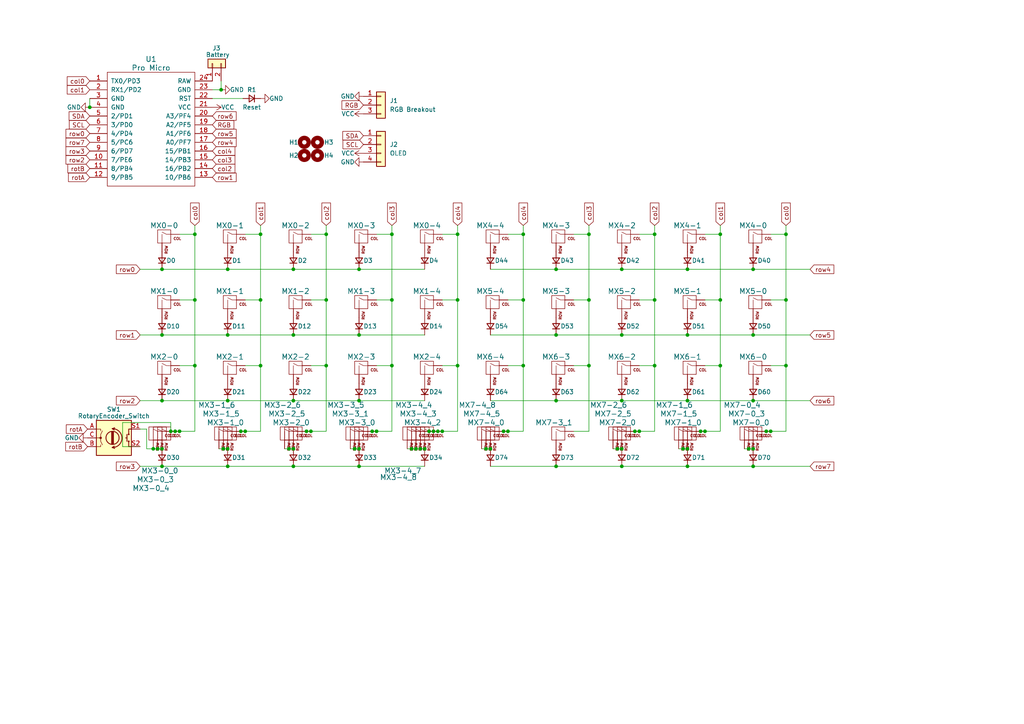
<source format=kicad_sch>
(kicad_sch (version 20211123) (generator eeschema)
  (paper "A4")
  (lib_symbols
    (symbol "Connector_Generic:Conn_01x02" (pin_names (offset 1.016) hide)
      (property "Reference" "J" (at 0 2.54 0))
      (property "Value" "Conn_01x02" (at 0 -5.08 0))
      (symbol "Conn_01x02_1_1"
        (pin passive line (at -5.08 0 0) (length 3.81) (name "Pin_1") (number "1"))
        (pin passive line (at -5.08 -2.54 0) (length 3.81) (name "Pin_2") (number "2"))
      )
    )
    (symbol "Connector_Generic:Conn_01x03" (pin_names (offset 1.016) hide)
      (property "Reference" "J" (at 0 5.08 0))
      (property "Value" "Conn_01x03" (at 0 -5.08 0))
      (symbol "Conn_01x03_1_1"
        (pin passive line (at -5.08 2.54 0) (length 3.81) (name "Pin_1") (number "1"))
        (pin passive line (at -5.08 0 0) (length 3.81) (name "Pin_2") (number "2"))
        (pin passive line (at -5.08 -2.54 0) (length 3.81) (name "Pin_3") (number "3"))
      )
    )
    (symbol "Connector_Generic:Conn_01x04" (pin_names (offset 1.016) hide)
      (property "Reference" "J" (at 0 5.08 0))
      (property "Value" "Conn_01x04" (at 0 -7.62 0))
      (symbol "Conn_01x04_1_1"
        (pin passive line (at -5.08 2.54 0) (length 3.81) (name "Pin_1") (number "1"))
        (pin passive line (at -5.08 0 0) (length 3.81) (name "Pin_2") (number "2"))
        (pin passive line (at -5.08 -2.54 0) (length 3.81) (name "Pin_3") (number "3"))
        (pin passive line (at -5.08 -5.08 0) (length 3.81) (name "Pin_4") (number "4"))
      )
    )
    (symbol "Device:D_Small" (pin_numbers hide) (pin_names (offset 0.254) hide)
      (property "Reference" "D" (at -1.27 2.032 0))
      (property "Value" "D_Small" (at -3.81 -2.032 0))
      (symbol "D_Small_1_1"
        (pin passive line (at -2.54 0 0) (length 1.778) (name "K") (number "1"))
        (pin passive line (at 2.54 0 180) (length 1.778) (name "A") (number "2"))
      )
    )
    (symbol "Device:RotaryEncoder_Switch" (pin_names (offset 0.254) hide)
      (property "Reference" "SW" (at 0 6.604 0))
      (property "Value" "RotaryEncoder_Switch" (at 0 -6.604 0))
      (symbol "RotaryEncoder_Switch_1_1"
        (pin passive line (at -7.62 2.54 0) (length 2.54) (name "A") (number "A"))
        (pin passive line (at -7.62 -2.54 0) (length 2.54) (name "B") (number "B"))
        (pin passive line (at -7.62 0 0) (length 2.54) (name "C") (number "C"))
        (pin passive line (at 7.62 2.54 180) (length 2.54) (name "S1") (number "S1"))
        (pin passive line (at 7.62 -2.54 180) (length 2.54) (name "S2") (number "S2"))
      )
    )
    (symbol "MX_Alps_Hybrid:MX-NoLED" (pin_names (offset 1.016))
      (property "Reference" "MX" (at -0.635 3.81 0))
      (property "Value" "MX-NoLED" (at -0.635 1.27 0))
      (symbol "MX-NoLED_0_0"
        (text "COL" (at 3.175 0 0) (effects (font (size 0.762 0.762))))
        (text "ROW" (at 0 -1.905 900) (effects (font (size 0.762 0.762)) (justify right)))
      )
      (symbol "MX-NoLED_1_1"
        (pin passive line (at 3.81 1.27 180) (length 2.54) (name "COL") (number "1"))
        (pin passive line (at -1.27 -3.81 90) (length 2.54) (name "ROW") (number "2"))
      )
    )
    (symbol "Mechanical:MountingHole" (pin_names (offset 1.016))
      (property "Reference" "H" (at 0 5.08 0))
      (property "Value" "MountingHole" (at 0 3.175 0))
    )
    (symbol "keebio:ProMicro" (pin_names (offset 1.016))
      (property "Reference" "U" (at 0 0 0))
      (property "Value" "ProMicro" (at 0 -19.05 0))
      (symbol "ProMicro_1_1"
        (pin input line (at -17.78 13.97 0) (length 5.08) (name "TX0/PD3") (number "1"))
        (pin input line (at -17.78 -8.89 0) (length 5.08) (name "7/PE6") (number "10"))
        (pin input line (at -17.78 -11.43 0) (length 5.08) (name "8/PB4") (number "11"))
        (pin input line (at -17.78 -13.97 0) (length 5.08) (name "9/PB5") (number "12"))
        (pin input line (at 17.78 -13.97 180) (length 5.08) (name "10/PB6") (number "13"))
        (pin input line (at 17.78 -11.43 180) (length 5.08) (name "16/PB2") (number "14"))
        (pin input line (at 17.78 -8.89 180) (length 5.08) (name "14/PB3") (number "15"))
        (pin input line (at 17.78 -6.35 180) (length 5.08) (name "15/PB1") (number "16"))
        (pin input line (at 17.78 -3.81 180) (length 5.08) (name "A0/PF7") (number "17"))
        (pin input line (at 17.78 -1.27 180) (length 5.08) (name "A1/PF6") (number "18"))
        (pin input line (at 17.78 1.27 180) (length 5.08) (name "A2/PF5") (number "19"))
        (pin input line (at -17.78 11.43 0) (length 5.08) (name "RX1/PD2") (number "2"))
        (pin input line (at 17.78 3.81 180) (length 5.08) (name "A3/PF4") (number "20"))
        (pin input line (at 17.78 6.35 180) (length 5.08) (name "VCC") (number "21"))
        (pin input line (at 17.78 8.89 180) (length 5.08) (name "RST") (number "22"))
        (pin input line (at 17.78 11.43 180) (length 5.08) (name "GND") (number "23"))
        (pin input line (at 17.78 13.97 180) (length 5.08) (name "RAW") (number "24"))
        (pin input line (at -17.78 8.89 0) (length 5.08) (name "GND") (number "3"))
        (pin input line (at -17.78 6.35 0) (length 5.08) (name "GND") (number "4"))
        (pin input line (at -17.78 3.81 0) (length 5.08) (name "2/PD1") (number "5"))
        (pin input line (at -17.78 1.27 0) (length 5.08) (name "3/PD0") (number "6"))
        (pin input line (at -17.78 -1.27 0) (length 5.08) (name "4/PD4") (number "7"))
        (pin input line (at -17.78 -3.81 0) (length 5.08) (name "5/PC6") (number "8"))
        (pin input line (at -17.78 -6.35 0) (length 5.08) (name "6/PD7") (number "9"))
      )
    )
    (symbol "power:GND" (power) (pin_names (offset 0))
      (property "Value" "GND" (at 0 -3.81 0))
      (symbol "GND_1_1"
        (pin power_in line (at 0 0 270) (length 0) hide (name "GND") (number "1"))
      )
    )
    (symbol "power:VCC" (power) (pin_names (offset 0))
      (property "Value" "VCC" (at 0 3.81 0))
      (symbol "VCC_1_1"
        (pin power_in line (at 0 0 90) (length 0) hide (name "VCC") (number "1"))
      )
    )
  )
  (junction (at 227.965 67.945))
  (junction (at 218.44 130.175))
  (junction (at 69.85 125.095))
  (junction (at 109.22 125.095))
  (junction (at 208.915 86.995))
  (junction (at 128.27 125.095))
  (junction (at 218.44 116.205))
  (junction (at 46.99 130.175))
  (junction (at 151.765 86.995))
  (junction (at 107.95 125.095))
  (junction (at 46.99 116.205))
  (junction (at 208.915 67.945))
  (junction (at 85.09 135.255))
  (junction (at 94.615 86.995))
  (junction (at 56.515 106.045))
  (junction (at 26.035 31.115))
  (junction (at 49.53 125.095))
  (junction (at 75.565 67.945))
  (junction (at 124.46 125.095))
  (junction (at 66.04 130.175))
  (junction (at 44.45 130.175))
  (junction (at 180.34 130.175))
  (junction (at 119.38 130.175))
  (junction (at 64.77 130.175))
  (junction (at 199.39 97.155))
  (junction (at 140.97 130.175))
  (junction (at 46.99 135.255))
  (junction (at 203.2 125.095))
  (junction (at 180.34 135.255))
  (junction (at 180.34 97.155))
  (junction (at 104.14 135.255))
  (junction (at 217.17 130.175))
  (junction (at 227.965 106.045))
  (junction (at 56.515 67.945))
  (junction (at 113.665 67.945))
  (junction (at 94.615 67.945))
  (junction (at 199.39 130.175))
  (junction (at 64.135 26.035))
  (junction (at 218.44 97.155))
  (junction (at 113.665 106.045))
  (junction (at 66.04 135.255))
  (junction (at 75.565 86.995))
  (junction (at 66.04 116.205))
  (junction (at 199.39 135.255))
  (junction (at 66.04 78.105))
  (junction (at 223.52 125.095))
  (junction (at 218.44 78.105))
  (junction (at 88.9 125.095))
  (junction (at 218.44 135.255))
  (junction (at 83.82 130.175))
  (junction (at 94.615 106.045))
  (junction (at 151.765 106.045))
  (junction (at 75.565 106.045))
  (junction (at 199.39 116.205))
  (junction (at 198.12 130.175))
  (junction (at 184.15 125.095))
  (junction (at 222.25 125.095))
  (junction (at 85.09 130.175))
  (junction (at 104.14 97.155))
  (junction (at 189.865 106.045))
  (junction (at 52.07 125.095))
  (junction (at 121.92 130.175))
  (junction (at 104.14 130.175))
  (junction (at 85.09 97.155))
  (junction (at 227.965 86.995))
  (junction (at 104.14 116.205))
  (junction (at 151.765 67.945))
  (junction (at 85.09 116.205))
  (junction (at 46.99 78.105))
  (junction (at 132.715 67.945))
  (junction (at 132.715 86.995))
  (junction (at 199.39 78.105))
  (junction (at 189.865 67.945))
  (junction (at 185.42 125.095))
  (junction (at 104.14 78.105))
  (junction (at 85.09 78.105))
  (junction (at 204.47 125.095))
  (junction (at 45.72 130.175))
  (junction (at 161.29 135.255))
  (junction (at 132.715 106.045))
  (junction (at 146.05 125.095))
  (junction (at 142.24 130.175))
  (junction (at 180.34 78.105))
  (junction (at 120.65 130.175))
  (junction (at 46.99 97.155))
  (junction (at 56.515 86.995))
  (junction (at 50.8 125.095))
  (junction (at 161.29 78.105))
  (junction (at 66.04 97.155))
  (junction (at 71.12 125.095))
  (junction (at 208.915 106.045))
  (junction (at 123.19 130.175))
  (junction (at 180.34 116.205))
  (junction (at 127 125.095))
  (junction (at 90.17 125.095))
  (junction (at 179.07 130.175))
  (junction (at 161.29 116.205))
  (junction (at 125.73 125.095))
  (junction (at 147.32 125.095))
  (junction (at 170.815 106.045))
  (junction (at 189.865 86.995))
  (junction (at 161.29 97.155))
  (junction (at 170.815 86.995))
  (junction (at 102.87 130.175))
  (junction (at 170.815 67.945))
  (junction (at 113.665 86.995))
  (wire (pts (xy 180.34 135.255) (xy 199.39 135.255)))
  (wire (pts (xy 227.965 106.045) (xy 227.965 125.095)))
  (wire (pts (xy 140.97 130.175) (xy 142.24 130.175)))
  (wire (pts (xy 119.38 130.175) (xy 120.65 130.175)))
  (wire (pts (xy 180.34 97.155) (xy 199.39 97.155)))
  (wire (pts (xy 35.56 122.555) (xy 49.53 122.555)))
  (wire (pts (xy 170.815 106.045) (xy 170.815 125.095)))
  (wire (pts (xy 125.73 125.095) (xy 127 125.095)))
  (wire (pts (xy 223.52 125.095) (xy 227.965 125.095)))
  (wire (pts (xy 142.24 97.155) (xy 161.29 97.155)))
  (wire (pts (xy 35.56 122.555) (xy 35.56 129.54)))
  (wire (pts (xy 82.55 130.175) (xy 83.82 130.175)))
  (wire (pts (xy 104.14 116.205) (xy 123.19 116.205)))
  (wire (pts (xy 75.565 67.945) (xy 75.565 86.995)))
  (wire (pts (xy 40.64 78.105) (xy 46.99 78.105)))
  (wire (pts (xy 218.44 97.155) (xy 234.95 97.155)))
  (wire (pts (xy 85.09 116.205) (xy 104.14 116.205)))
  (wire (pts (xy 151.765 65.405) (xy 151.765 67.945)))
  (wire (pts (xy 217.17 130.175) (xy 218.44 130.175)))
  (wire (pts (xy 64.77 130.175) (xy 63.5 130.175)))
  (wire (pts (xy 49.53 122.555) (xy 49.53 125.095)))
  (wire (pts (xy 113.665 106.045) (xy 113.665 125.095)))
  (wire (pts (xy 85.09 135.255) (xy 104.14 135.255)))
  (wire (pts (xy 52.07 67.945) (xy 56.515 67.945)))
  (wire (pts (xy 118.11 130.175) (xy 119.38 130.175)))
  (wire (pts (xy 88.9 125.095) (xy 90.17 125.095)))
  (wire (pts (xy 147.32 86.995) (xy 151.765 86.995)))
  (wire (pts (xy 227.965 67.945) (xy 227.965 86.995)))
  (wire (pts (xy 40.64 116.205) (xy 46.99 116.205)))
  (wire (pts (xy 46.99 116.205) (xy 66.04 116.205)))
  (wire (pts (xy 52.07 106.045) (xy 56.515 106.045)))
  (wire (pts (xy 66.04 78.105) (xy 85.09 78.105)))
  (wire (pts (xy 132.715 106.045) (xy 132.715 125.095)))
  (wire (pts (xy 109.22 86.995) (xy 113.665 86.995)))
  (wire (pts (xy 42.545 124.46) (xy 42.545 130.175)))
  (wire (pts (xy 71.12 67.945) (xy 75.565 67.945)))
  (wire (pts (xy 147.32 67.945) (xy 151.765 67.945)))
  (wire (pts (xy 132.715 65.405) (xy 132.715 67.945)))
  (wire (pts (xy 49.53 125.095) (xy 50.8 125.095)))
  (wire (pts (xy 104.14 135.255) (xy 123.19 135.255)))
  (wire (pts (xy 170.815 67.945) (xy 170.815 86.995)))
  (wire (pts (xy 85.09 97.155) (xy 104.14 97.155)))
  (wire (pts (xy 45.72 130.175) (xy 46.99 130.175)))
  (wire (pts (xy 61.595 26.035) (xy 64.135 26.035)))
  (wire (pts (xy 40.64 124.46) (xy 42.545 124.46)))
  (wire (pts (xy 223.52 106.045) (xy 227.965 106.045)))
  (wire (pts (xy 208.915 65.405) (xy 208.915 67.945)))
  (wire (pts (xy 107.95 125.095) (xy 109.22 125.095)))
  (wire (pts (xy 161.29 135.255) (xy 180.34 135.255)))
  (wire (pts (xy 177.8 130.175) (xy 179.07 130.175)))
  (wire (pts (xy 109.22 67.945) (xy 113.665 67.945)))
  (wire (pts (xy 52.07 86.995) (xy 56.515 86.995)))
  (wire (pts (xy 189.865 86.995) (xy 189.865 106.045)))
  (wire (pts (xy 109.22 106.045) (xy 113.665 106.045)))
  (wire (pts (xy 113.665 67.945) (xy 113.665 86.995)))
  (wire (pts (xy 123.19 125.095) (xy 124.46 125.095)))
  (wire (pts (xy 223.52 86.995) (xy 227.965 86.995)))
  (wire (pts (xy 42.545 130.175) (xy 44.45 130.175)))
  (wire (pts (xy 147.32 106.045) (xy 151.765 106.045)))
  (wire (pts (xy 147.32 125.095) (xy 151.765 125.095)))
  (wire (pts (xy 218.44 78.105) (xy 234.95 78.105)))
  (wire (pts (xy 161.29 116.205) (xy 180.34 116.205)))
  (wire (pts (xy 204.47 106.045) (xy 208.915 106.045)))
  (wire (pts (xy 184.15 125.095) (xy 185.42 125.095)))
  (wire (pts (xy 56.515 106.045) (xy 56.515 125.095)))
  (wire (pts (xy 204.47 125.095) (xy 208.915 125.095)))
  (wire (pts (xy 220.98 125.095) (xy 222.25 125.095)))
  (wire (pts (xy 222.25 125.095) (xy 223.52 125.095)))
  (wire (pts (xy 104.14 78.105) (xy 123.19 78.105)))
  (wire (pts (xy 124.46 125.095) (xy 125.73 125.095)))
  (wire (pts (xy 104.14 97.155) (xy 123.19 97.155)))
  (wire (pts (xy 142.24 116.205) (xy 161.29 116.205)))
  (wire (pts (xy 75.565 86.995) (xy 75.565 106.045)))
  (wire (pts (xy 66.04 116.205) (xy 85.09 116.205)))
  (wire (pts (xy 83.82 130.175) (xy 85.09 130.175)))
  (wire (pts (xy 52.07 125.095) (xy 56.515 125.095)))
  (wire (pts (xy 90.17 106.045) (xy 94.615 106.045)))
  (wire (pts (xy 85.09 78.105) (xy 104.14 78.105)))
  (wire (pts (xy 90.17 86.995) (xy 94.615 86.995)))
  (wire (pts (xy 120.65 130.175) (xy 121.92 130.175)))
  (wire (pts (xy 227.965 65.405) (xy 227.965 67.945)))
  (wire (pts (xy 227.965 86.995) (xy 227.965 106.045)))
  (wire (pts (xy 71.12 86.995) (xy 75.565 86.995)))
  (wire (pts (xy 64.135 23.495) (xy 64.135 26.035)))
  (wire (pts (xy 90.17 125.095) (xy 94.615 125.095)))
  (wire (pts (xy 90.17 67.945) (xy 94.615 67.945)))
  (wire (pts (xy 46.99 78.105) (xy 66.04 78.105)))
  (wire (pts (xy 50.8 125.095) (xy 52.07 125.095)))
  (wire (pts (xy 204.47 86.995) (xy 208.915 86.995)))
  (wire (pts (xy 102.87 130.175) (xy 104.14 130.175)))
  (wire (pts (xy 75.565 65.405) (xy 75.565 67.945)))
  (wire (pts (xy 128.27 106.045) (xy 132.715 106.045)))
  (wire (pts (xy 26.035 28.575) (xy 26.035 31.115)))
  (wire (pts (xy 128.27 67.945) (xy 132.715 67.945)))
  (wire (pts (xy 218.44 135.255) (xy 234.95 135.255)))
  (wire (pts (xy 121.92 130.175) (xy 123.19 130.175)))
  (wire (pts (xy 161.29 78.105) (xy 180.34 78.105)))
  (wire (pts (xy 56.515 86.995) (xy 56.515 106.045)))
  (wire (pts (xy 179.07 130.175) (xy 180.34 130.175)))
  (wire (pts (xy 223.52 67.945) (xy 227.965 67.945)))
  (wire (pts (xy 109.22 125.095) (xy 113.665 125.095)))
  (wire (pts (xy 199.39 78.105) (xy 218.44 78.105)))
  (wire (pts (xy 208.915 106.045) (xy 208.915 125.095)))
  (wire (pts (xy 46.99 97.155) (xy 66.04 97.155)))
  (wire (pts (xy 170.815 65.405) (xy 170.815 67.945)))
  (wire (pts (xy 40.64 135.255) (xy 46.99 135.255)))
  (wire (pts (xy 113.665 86.995) (xy 113.665 106.045)))
  (wire (pts (xy 185.42 67.945) (xy 189.865 67.945)))
  (wire (pts (xy 201.93 125.095) (xy 203.2 125.095)))
  (wire (pts (xy 199.39 135.255) (xy 218.44 135.255)))
  (wire (pts (xy 189.865 106.045) (xy 189.865 125.095)))
  (wire (pts (xy 128.27 125.095) (xy 132.715 125.095)))
  (wire (pts (xy 151.765 106.045) (xy 151.765 125.095)))
  (wire (pts (xy 128.27 86.995) (xy 132.715 86.995)))
  (wire (pts (xy 94.615 106.045) (xy 94.615 125.095)))
  (wire (pts (xy 185.42 86.995) (xy 189.865 86.995)))
  (wire (pts (xy 166.37 67.945) (xy 170.815 67.945)))
  (wire (pts (xy 215.9 130.175) (xy 217.17 130.175)))
  (wire (pts (xy 166.37 106.045) (xy 170.815 106.045)))
  (wire (pts (xy 166.37 125.095) (xy 170.815 125.095)))
  (wire (pts (xy 182.88 125.095) (xy 184.15 125.095)))
  (wire (pts (xy 68.58 125.095) (xy 69.85 125.095)))
  (wire (pts (xy 142.24 135.255) (xy 161.29 135.255)))
  (wire (pts (xy 151.765 86.995) (xy 151.765 106.045)))
  (wire (pts (xy 44.45 130.175) (xy 45.72 130.175)))
  (wire (pts (xy 94.615 67.945) (xy 94.615 86.995)))
  (wire (pts (xy 189.865 67.945) (xy 189.865 86.995)))
  (wire (pts (xy 151.765 67.945) (xy 151.765 86.995)))
  (wire (pts (xy 132.715 86.995) (xy 132.715 106.045)))
  (wire (pts (xy 127 125.095) (xy 128.27 125.095)))
  (wire (pts (xy 180.34 116.205) (xy 199.39 116.205)))
  (wire (pts (xy 132.715 67.945) (xy 132.715 86.995)))
  (wire (pts (xy 208.915 67.945) (xy 208.915 86.995)))
  (wire (pts (xy 106.68 125.095) (xy 107.95 125.095)))
  (wire (pts (xy 101.6 130.175) (xy 102.87 130.175)))
  (wire (pts (xy 166.37 86.995) (xy 170.815 86.995)))
  (wire (pts (xy 170.815 86.995) (xy 170.815 106.045)))
  (wire (pts (xy 146.05 125.095) (xy 147.32 125.095)))
  (wire (pts (xy 94.615 65.405) (xy 94.615 67.945)))
  (wire (pts (xy 46.99 135.255) (xy 66.04 135.255)))
  (wire (pts (xy 40.64 97.155) (xy 46.99 97.155)))
  (wire (pts (xy 113.665 65.405) (xy 113.665 67.945)))
  (wire (pts (xy 66.04 130.175) (xy 64.77 130.175)))
  (wire (pts (xy 71.12 125.095) (xy 75.565 125.095)))
  (wire (pts (xy 203.2 125.095) (xy 204.47 125.095)))
  (wire (pts (xy 180.34 78.105) (xy 199.39 78.105)))
  (wire (pts (xy 56.515 67.945) (xy 56.515 86.995)))
  (wire (pts (xy 69.85 125.095) (xy 71.12 125.095)))
  (wire (pts (xy 61.595 28.575) (xy 70.485 28.575)))
  (wire (pts (xy 71.12 106.045) (xy 75.565 106.045)))
  (wire (pts (xy 144.78 125.095) (xy 146.05 125.095)))
  (wire (pts (xy 87.63 125.095) (xy 88.9 125.095)))
  (wire (pts (xy 139.7 130.175) (xy 140.97 130.175)))
  (wire (pts (xy 185.42 125.095) (xy 189.865 125.095)))
  (wire (pts (xy 185.42 106.045) (xy 189.865 106.045)))
  (wire (pts (xy 218.44 116.205) (xy 234.95 116.205)))
  (wire (pts (xy 161.29 97.155) (xy 180.34 97.155)))
  (wire (pts (xy 208.915 86.995) (xy 208.915 106.045)))
  (wire (pts (xy 199.39 97.155) (xy 218.44 97.155)))
  (wire (pts (xy 142.24 78.105) (xy 161.29 78.105)))
  (wire (pts (xy 66.04 97.155) (xy 85.09 97.155)))
  (wire (pts (xy 56.515 65.405) (xy 56.515 67.945)))
  (wire (pts (xy 35.56 129.54) (xy 40.64 129.54)))
  (wire (pts (xy 94.615 86.995) (xy 94.615 106.045)))
  (wire (pts (xy 196.85 130.175) (xy 198.12 130.175)))
  (wire (pts (xy 198.12 130.175) (xy 199.39 130.175)))
  (wire (pts (xy 66.04 135.255) (xy 85.09 135.255)))
  (wire (pts (xy 199.39 116.205) (xy 218.44 116.205)))
  (wire (pts (xy 189.865 65.405) (xy 189.865 67.945)))
  (wire (pts (xy 204.47 67.945) (xy 208.915 67.945)))
  (wire (pts (xy 75.565 106.045) (xy 75.565 125.095)))
  (global_label "rotA" (shape input) (at 26.035 51.435 180) (property "Intersheet References" "${INTERSHEET_REFS}" (effects hide)))
  (global_label "col0" (shape input) (at 227.965 65.405 90) (property "Intersheet References" "${INTERSHEET_REFS}" (effects hide)))
  (global_label "col2" (shape input) (at 94.615 65.405 90) (property "Intersheet References" "${INTERSHEET_REFS}" (effects hide)))
  (global_label "row5" (shape input) (at 61.595 38.735 0) (property "Intersheet References" "${INTERSHEET_REFS}" (effects hide)))
  (global_label "col1" (shape input) (at 75.565 65.405 90) (property "Intersheet References" "${INTERSHEET_REFS}" (effects hide)))
  (global_label "row6" (shape input) (at 234.95 116.205 0) (property "Intersheet References" "${INTERSHEET_REFS}" (effects hide)))
  (global_label "rotA" (shape input) (at 25.4 124.46 180) (property "Intersheet References" "${INTERSHEET_REFS}" (effects hide)))
  (global_label "row2" (shape input) (at 26.035 46.355 180) (property "Intersheet References" "${INTERSHEET_REFS}" (effects hide)))
  (global_label "row4" (shape input) (at 61.595 41.275 0) (property "Intersheet References" "${INTERSHEET_REFS}" (effects hide)))
  (global_label "SDA" (shape input) (at 26.035 33.655 180) (property "Intersheet References" "${INTERSHEET_REFS}" (effects hide)))
  (global_label "row1" (shape input) (at 40.64 97.155 180) (property "Intersheet References" "${INTERSHEET_REFS}" (effects hide)))
  (global_label "row7" (shape input) (at 234.95 135.255 0) (property "Intersheet References" "${INTERSHEET_REFS}" (effects hide)))
  (global_label "col2" (shape input) (at 189.865 65.405 90) (property "Intersheet References" "${INTERSHEET_REFS}" (effects hide)))
  (global_label "col4" (shape input) (at 151.765 65.405 90) (property "Intersheet References" "${INTERSHEET_REFS}" (effects hide)))
  (global_label "RGB" (shape input) (at 61.595 36.195 0) (property "Intersheet References" "${INTERSHEET_REFS}" (effects hide)))
  (global_label "col4" (shape input) (at 61.595 43.815 0) (property "Intersheet References" "${INTERSHEET_REFS}" (effects hide)))
  (global_label "col3" (shape input) (at 113.665 65.405 90) (property "Intersheet References" "${INTERSHEET_REFS}" (effects hide)))
  (global_label "SDA" (shape input) (at 105.41 39.37 180) (property "Intersheet References" "${INTERSHEET_REFS}" (effects hide)))
  (global_label "col3" (shape input) (at 61.595 46.355 0) (property "Intersheet References" "${INTERSHEET_REFS}" (effects hide)))
  (global_label "row3" (shape input) (at 40.64 135.255 180) (property "Intersheet References" "${INTERSHEET_REFS}" (effects hide)))
  (global_label "SCL" (shape input) (at 26.035 36.195 180) (property "Intersheet References" "${INTERSHEET_REFS}" (effects hide)))
  (global_label "RGB" (shape input) (at 105.41 30.48 180) (property "Intersheet References" "${INTERSHEET_REFS}" (effects hide)))
  (global_label "SCL" (shape input) (at 105.41 41.91 180) (property "Intersheet References" "${INTERSHEET_REFS}" (effects hide)))
  (global_label "row1" (shape input) (at 61.595 51.435 0) (property "Intersheet References" "${INTERSHEET_REFS}" (effects hide)))
  (global_label "col0" (shape input) (at 56.515 65.405 90) (property "Intersheet References" "${INTERSHEET_REFS}" (effects hide)))
  (global_label "row6" (shape input) (at 61.595 33.655 0) (property "Intersheet References" "${INTERSHEET_REFS}" (effects hide)))
  (global_label "col4" (shape input) (at 132.715 65.405 90) (property "Intersheet References" "${INTERSHEET_REFS}" (effects hide)))
  (global_label "row0" (shape input) (at 40.64 78.105 180) (property "Intersheet References" "${INTERSHEET_REFS}" (effects hide)))
  (global_label "row4" (shape input) (at 234.95 78.105 0) (property "Intersheet References" "${INTERSHEET_REFS}" (effects hide)))
  (global_label "row2" (shape input) (at 40.64 116.205 180) (property "Intersheet References" "${INTERSHEET_REFS}" (effects hide)))
  (global_label "col2" (shape input) (at 61.595 48.895 0) (property "Intersheet References" "${INTERSHEET_REFS}" (effects hide)))
  (global_label "row5" (shape input) (at 234.95 97.155 0) (property "Intersheet References" "${INTERSHEET_REFS}" (effects hide)))
  (global_label "row3" (shape input) (at 26.035 43.815 180) (property "Intersheet References" "${INTERSHEET_REFS}" (effects hide)))
  (global_label "row7" (shape input) (at 26.035 41.275 180) (property "Intersheet References" "${INTERSHEET_REFS}" (effects hide)))
  (global_label "col0" (shape input) (at 26.035 23.495 180) (property "Intersheet References" "${INTERSHEET_REFS}" (effects hide)))
  (global_label "rotB" (shape input) (at 25.4 129.54 180) (property "Intersheet References" "${INTERSHEET_REFS}" (effects hide)))
  (global_label "col1" (shape input) (at 26.035 26.035 180) (property "Intersheet References" "${INTERSHEET_REFS}" (effects hide)))
  (global_label "col1" (shape input) (at 208.915 65.405 90) (property "Intersheet References" "${INTERSHEET_REFS}" (effects hide)))
  (global_label "row0" (shape input) (at 26.035 38.735 180) (property "Intersheet References" "${INTERSHEET_REFS}" (effects hide)))
  (global_label "rotB" (shape input) (at 26.035 48.895 180) (property "Intersheet References" "${INTERSHEET_REFS}" (effects hide)))
  (global_label "col3" (shape input) (at 170.815 65.405 90) (property "Intersheet References" "${INTERSHEET_REFS}" (effects hide)))
  (symbol (lib_id "power:VCC") (at 61.595 31.115 270) (unit 1)
    (property "Reference" "#PWR0108" (effects hide))
    (property "Value" "VCC" (at 64.135 31.115 90) (effects (justify left)))
  )
  (symbol (lib_id "MX_Alps_Hybrid:MX-NoLED") (at 46.99 126.365 0) (unit 1)
    (property "Reference" "MX3-0_3" (at 45.085 139.065 0) (effects (font (size 1.524 1.524))))
    (property "Value" "MX-NoLED" (effects hide))
    (property "Footprint" "MX_Only:MXOnly-1.5U-NoLED" (effects hide))
  )
  (symbol (lib_id "Mechanical:MountingHole") (at 88.265 45.085 0) (unit 1)
    (property "Reference" "H2" (at 83.82 45.085 0) (effects (justify left)))
    (property "Value" "MountingHole" (effects hide))
    (property "Footprint" "MountingHole:MountingHole_2.2mm_M2" (effects hide))
  )
  (symbol (lib_id "MX_Alps_Hybrid:MX-NoLED") (at 219.71 88.265 0) (unit 1)
    (property "Reference" "MX5-0" (at 218.44 84.455 0) (effects (font (size 1.524 1.524))))
    (property "Value" "MX-NoLED" (effects hide))
    (property "Footprint" "MX_Only:MXOnly-1U-NoLED" (effects hide))
  )
  (symbol (lib_id "MX_Alps_Hybrid:MX-NoLED") (at 64.77 126.365 0) (unit 1)
    (property "Reference" "MX3-1_6" (at 62.865 117.475 0) (effects (font (size 1.524 1.524))))
    (property "Value" "MX-NoLED" (effects hide))
    (property "Footprint" "MX_Only:MXOnly-1U-NoLED" (effects hide))
  )
  (symbol (lib_id "MX_Alps_Hybrid:MX-NoLED") (at 48.26 69.215 0) (unit 1)
    (property "Reference" "MX0-0" (at 47.625 65.405 0) (effects (font (size 1.524 1.524))))
    (property "Value" "MX-NoLED" (effects hide))
    (property "Footprint" "MX_Only:MXOnly-1U-NoLED" (effects hide))
  )
  (symbol (lib_id "MX_Alps_Hybrid:MX-NoLED") (at 124.46 126.365 0) (unit 1)
    (property "Reference" "MX3-4_2" (at 122.555 122.555 0) (effects (font (size 1.524 1.524))))
    (property "Value" "MX-NoLED" (effects hide))
    (property "Footprint" "MX_Only:MXOnly-6U-Centered-ReversedStabilizers-NoLED" (effects hide))
  )
  (symbol (lib_id "MX_Alps_Hybrid:MX-NoLED") (at 67.31 88.265 0) (unit 1)
    (property "Reference" "MX1-1" (at 66.675 84.455 0) (effects (font (size 1.524 1.524))))
    (property "Value" "MX-NoLED" (effects hide))
    (property "Footprint" "MX_Only:MXOnly-1U-NoLED" (effects hide))
  )
  (symbol (lib_id "Device:D_Small") (at 142.24 75.565 90) (unit 1)
    (property "Reference" "D44" (at 143.51 75.565 90) (effects (justify right)))
    (property "Value" "D_Small" (effects hide))
    (property "Footprint" "Diode_SMD:D_SOD-123" (effects hide))
  )
  (symbol (lib_id "MX_Alps_Hybrid:MX-NoLED") (at 143.51 69.215 0) (unit 1)
    (property "Reference" "MX4-4" (at 142.24 65.405 0) (effects (font (size 1.524 1.524))))
    (property "Value" "MX-NoLED" (effects hide))
    (property "Footprint" "MX_Only:MXOnly-1U-NoLED" (effects hide))
  )
  (symbol (lib_id "MX_Alps_Hybrid:MX-NoLED") (at 140.97 126.365 0) (unit 1)
    (property "Reference" "MX7-4_8" (at 138.43 117.475 0) (effects (font (size 1.524 1.524))))
    (property "Value" "MX-NoLED" (effects hide))
    (property "Footprint" "MX_Only:MXOnly-1U-NoLED" (effects hide))
  )
  (symbol (lib_id "Device:D_Small") (at 199.39 113.665 90) (unit 1)
    (property "Reference" "D61" (at 200.66 113.665 90) (effects (justify right)))
    (property "Value" "D_Small" (effects hide))
    (property "Footprint" "Diode_SMD:D_SOD-123" (effects hide))
  )
  (symbol (lib_id "Device:D_Small") (at 73.025 28.575 180) (unit 1)
    (property "Reference" "R1" (at 73.025 26.035 0))
    (property "Value" "Reset" (at 73.025 31.115 0))
    (property "Footprint" "Connector_PinHeader_2.54mm:PinHeader_1x02_P2.54mm_Vertical" (effects hide))
  )
  (symbol (lib_id "MX_Alps_Hybrid:MX-NoLED") (at 181.61 88.265 0) (unit 1)
    (property "Reference" "MX5-2" (at 180.34 84.455 0) (effects (font (size 1.524 1.524))))
    (property "Value" "MX-NoLED" (effects hide))
    (property "Footprint" "MX_Only:MXOnly-1U-NoLED" (effects hide))
  )
  (symbol (lib_id "MX_Alps_Hybrid:MX-NoLED") (at 124.46 107.315 0) (unit 1)
    (property "Reference" "MX2-4" (at 123.825 103.505 0) (effects (font (size 1.524 1.524))))
    (property "Value" "MX-NoLED" (effects hide))
    (property "Footprint" "MX_Only:MXOnly-1U-NoLED" (effects hide))
  )
  (symbol (lib_id "MX_Alps_Hybrid:MX-NoLED") (at 104.14 126.365 0) (unit 1)
    (property "Reference" "MX3-3_1" (at 101.6 120.015 0) (effects (font (size 1.524 1.524))))
    (property "Value" "MX-NoLED" (effects hide))
    (property "Footprint" "MX_Only:MXOnly-3U-ReversedStabilizers-NoLED" (effects hide))
  )
  (symbol (lib_id "MX_Alps_Hybrid:MX-NoLED") (at 124.46 88.265 0) (unit 1)
    (property "Reference" "MX1-4" (at 123.825 84.455 0) (effects (font (size 1.524 1.524))))
    (property "Value" "MX-NoLED" (effects hide))
    (property "Footprint" "MX_Only:MXOnly-1U-NoLED" (effects hide))
  )
  (symbol (lib_id "MX_Alps_Hybrid:MX-NoLED") (at 142.24 126.365 0) (unit 1)
    (property "Reference" "MX7-4_5" (at 139.7 120.015 0) (effects (font (size 1.524 1.524))))
    (property "Value" "MX-NoLED" (effects hide))
    (property "Footprint" "MX_Only:MXOnly-2U-ReversedStabilizers-NoLED" (effects hide))
  )
  (symbol (lib_id "Device:D_Small") (at 66.04 94.615 90) (unit 1)
    (property "Reference" "D11" (at 67.31 94.615 90) (effects (justify right)))
    (property "Value" "D_Small" (effects hide))
    (property "Footprint" "Diode_SMD:D_SOD-123" (effects hide))
  )
  (symbol (lib_id "Device:D_Small") (at 123.19 94.615 90) (unit 1)
    (property "Reference" "D14" (at 124.46 94.615 90) (effects (justify right)))
    (property "Value" "D_Small" (effects hide))
    (property "Footprint" "Diode_SMD:D_SOD-123" (effects hide))
  )
  (symbol (lib_id "MX_Alps_Hybrid:MX-NoLED") (at 180.34 126.365 0) (unit 1)
    (property "Reference" "MX7-2_5" (at 177.8 120.015 0) (effects (font (size 1.524 1.524))))
    (property "Value" "MX-NoLED" (effects hide))
    (property "Footprint" "MX_Only:MXOnly-1U-NoLED" (effects hide))
  )
  (symbol (lib_id "Connector_Generic:Conn_01x03") (at 110.49 30.48 0) (unit 1)
    (property "Reference" "J1" (at 113.03 29.2099 0) (effects (justify left)))
    (property "Value" "RGB Breakout" (at 113.03 31.7499 0) (effects (justify left)))
    (property "Footprint" "Connector_PinHeader_2.54mm:PinHeader_1x03_P2.54mm_Vertical" (effects hide))
  )
  (symbol (lib_id "Device:D_Small") (at 199.39 94.615 90) (unit 1)
    (property "Reference" "D51" (at 200.66 94.615 90) (effects (justify right)))
    (property "Value" "D_Small" (effects hide))
    (property "Footprint" "Diode_SMD:D_SOD-123" (effects hide))
  )
  (symbol (lib_id "Connector_Generic:Conn_01x04") (at 110.49 41.91 0) (unit 1)
    (property "Reference" "J2" (at 113.03 41.9099 0) (effects (justify left)))
    (property "Value" "OLED" (at 113.03 44.4499 0) (effects (justify left)))
    (property "Footprint" "Connector_PinHeader_2.54mm:PinHeader_1x04_P2.54mm_Vertical" (effects hide))
  )
  (symbol (lib_id "Device:D_Small") (at 218.44 94.615 90) (unit 1)
    (property "Reference" "D50" (at 219.71 94.615 90) (effects (justify right)))
    (property "Value" "D_Small" (effects hide))
    (property "Footprint" "Diode_SMD:D_SOD-123" (effects hide))
  )
  (symbol (lib_id "Device:D_Small") (at 104.14 75.565 90) (unit 1)
    (property "Reference" "D3" (at 105.41 75.565 90) (effects (justify right)))
    (property "Value" "D_Small" (effects hide))
    (property "Footprint" "Diode_SMD:D_SOD-123" (effects hide))
  )
  (symbol (lib_id "MX_Alps_Hybrid:MX-NoLED") (at 67.31 69.215 0) (unit 1)
    (property "Reference" "MX0-1" (at 66.675 65.405 0) (effects (font (size 1.524 1.524))))
    (property "Value" "MX-NoLED" (effects hide))
    (property "Footprint" "MX_Only:MXOnly-1U-NoLED" (effects hide))
  )
  (symbol (lib_id "Device:D_Small") (at 46.99 132.715 90) (unit 1)
    (property "Reference" "D30" (at 48.26 132.715 90) (effects (justify right)))
    (property "Value" "D_Small" (effects hide))
    (property "Footprint" "Diode_SMD:D_SOD-123" (effects hide))
  )
  (symbol (lib_id "Device:D_Small") (at 46.99 113.665 90) (unit 1)
    (property "Reference" "D20" (at 48.26 113.665 90) (effects (justify right)))
    (property "Value" "D_Small" (effects hide))
    (property "Footprint" "Diode_SMD:D_SOD-123" (effects hide))
  )
  (symbol (lib_id "power:GND") (at 25.4 127 270) (unit 1)
    (property "Reference" "#PWR0109" (effects hide))
    (property "Value" "GND" (at 22.86 127 90) (effects (justify right)))
  )
  (symbol (lib_id "MX_Alps_Hybrid:MX-NoLED") (at 86.36 88.265 0) (unit 1)
    (property "Reference" "MX1-2" (at 85.725 84.455 0) (effects (font (size 1.524 1.524))))
    (property "Value" "MX-NoLED" (effects hide))
    (property "Footprint" "MX_Only:MXOnly-1U-NoLED" (effects hide))
  )
  (symbol (lib_id "MX_Alps_Hybrid:MX-NoLED") (at 124.46 69.215 0) (unit 1)
    (property "Reference" "MX0-4" (at 123.825 65.405 0) (effects (font (size 1.524 1.524))))
    (property "Value" "MX-NoLED" (effects hide))
    (property "Footprint" "MX_Only:MXOnly-1U-NoLED" (effects hide))
  )
  (symbol (lib_id "MX_Alps_Hybrid:MX-NoLED") (at 123.19 126.365 0) (unit 1)
    (property "Reference" "MX3-4_3" (at 121.285 120.015 0) (effects (font (size 1.524 1.524))))
    (property "Value" "MX-NoLED" (effects hide))
    (property "Footprint" "MX_Only:MXOnly-7U-ReversedStabilizers-NoLED" (effects hide))
  )
  (symbol (lib_id "MX_Alps_Hybrid:MX-NoLED") (at 200.66 107.315 0) (unit 1)
    (property "Reference" "MX6-1" (at 199.39 103.505 0) (effects (font (size 1.524 1.524))))
    (property "Value" "MX-NoLED" (effects hide))
    (property "Footprint" "MX_Only:MXOnly-1U-NoLED" (effects hide))
  )
  (symbol (lib_id "MX_Alps_Hybrid:MX-NoLED") (at 48.26 88.265 0) (unit 1)
    (property "Reference" "MX1-0" (at 47.625 84.455 0) (effects (font (size 1.524 1.524))))
    (property "Value" "MX-NoLED" (effects hide))
    (property "Footprint" "MX_Only:MXOnly-1U-NoLED" (effects hide))
  )
  (symbol (lib_id "MX_Alps_Hybrid:MX-NoLED") (at 179.07 126.365 0) (unit 1)
    (property "Reference" "MX7-2_6" (at 176.53 117.475 0) (effects (font (size 1.524 1.524))))
    (property "Value" "MX-NoLED" (effects hide))
    (property "Footprint" "MX_Only:MXOnly-1.25U-NoLED" (effects hide))
  )
  (symbol (lib_id "power:VCC") (at 105.41 33.02 90) (unit 1)
    (property "Reference" "#PWR0105" (effects hide))
    (property "Value" "VCC" (at 102.87 33.02 90) (effects (justify left)))
  )
  (symbol (lib_id "Device:D_Small") (at 46.99 75.565 90) (unit 1)
    (property "Reference" "D0" (at 48.26 75.565 90) (effects (justify right)))
    (property "Value" "D_Small" (effects hide))
    (property "Footprint" "Diode_SMD:D_SOD-123" (effects hide))
  )
  (symbol (lib_id "Device:D_Small") (at 161.29 113.665 90) (unit 1)
    (property "Reference" "D63" (at 162.56 113.665 90) (effects (justify right)))
    (property "Value" "D_Small" (effects hide))
    (property "Footprint" "Diode_SMD:D_SOD-123" (effects hide))
  )
  (symbol (lib_id "Device:D_Small") (at 199.39 132.715 90) (unit 1)
    (property "Reference" "D71" (at 200.66 132.715 90) (effects (justify right)))
    (property "Value" "D_Small" (effects hide))
    (property "Footprint" "Diode_SMD:D_SOD-123" (effects hide))
  )
  (symbol (lib_id "MX_Alps_Hybrid:MX-NoLED") (at 45.72 126.365 0) (unit 1)
    (property "Reference" "MX3-0_4" (at 43.815 141.605 0) (effects (font (size 1.524 1.524))))
    (property "Value" "MX-NoLED" (effects hide))
    (property "Footprint" "MX_Only:MXOnly-1.25U-NoLED" (effects hide))
  )
  (symbol (lib_id "Device:D_Small") (at 123.19 113.665 90) (unit 1)
    (property "Reference" "D24" (at 124.46 113.665 90) (effects (justify right)))
    (property "Value" "D_Small" (effects hide))
    (property "Footprint" "Diode_SMD:D_SOD-123" (effects hide))
  )
  (symbol (lib_id "Device:D_Small") (at 85.09 75.565 90) (unit 1)
    (property "Reference" "D2" (at 86.36 75.565 90) (effects (justify right)))
    (property "Value" "D_Small" (effects hide))
    (property "Footprint" "Diode_SMD:D_SOD-123" (effects hide))
  )
  (symbol (lib_id "Device:D_Small") (at 142.24 132.715 90) (unit 1)
    (property "Reference" "D74" (at 143.51 132.715 90) (effects (justify right)))
    (property "Value" "D_Small" (effects hide))
    (property "Footprint" "Diode_SMD:D_SOD-123" (effects hide))
  )
  (symbol (lib_id "MX_Alps_Hybrid:MX-NoLED") (at 199.39 126.365 0) (unit 1)
    (property "Reference" "MX7-1_5" (at 196.85 120.015 0) (effects (font (size 1.524 1.524))))
    (property "Value" "MX-NoLED" (effects hide))
    (property "Footprint" "MX_Only:MXOnly-1.25U-NoLED" (effects hide))
  )
  (symbol (lib_id "MX_Alps_Hybrid:MX-NoLED") (at 143.51 126.365 0) (unit 1)
    (property "Reference" "MX7-4_0" (at 140.97 122.555 0) (effects (font (size 1.524 1.524))))
    (property "Value" "MX-NoLED" (effects hide))
    (property "Footprint" "MX_Only:MXOnly-2U-ReversedStabilizers-NoLED" (effects hide))
  )
  (symbol (lib_id "power:GND") (at 75.565 28.575 90) (unit 1)
    (property "Reference" "#PWR0106" (effects hide))
    (property "Value" "GND" (at 78.105 28.575 90) (effects (justify right)))
  )
  (symbol (lib_id "MX_Alps_Hybrid:MX-NoLED") (at 86.36 126.365 0) (unit 1)
    (property "Reference" "MX3-2_0" (at 84.455 122.555 0) (effects (font (size 1.524 1.524))))
    (property "Value" "MX-NoLED" (effects hide))
    (property "Footprint" "MX_Only:MXOnly-1U-NoLED" (effects hide))
  )
  (symbol (lib_id "Device:D_Small") (at 161.29 75.565 90) (unit 1)
    (property "Reference" "D43" (at 162.56 75.565 90) (effects (justify right)))
    (property "Value" "D_Small" (effects hide))
    (property "Footprint" "Diode_SMD:D_SOD-123" (effects hide))
  )
  (symbol (lib_id "Device:D_Small") (at 180.34 75.565 90) (unit 1)
    (property "Reference" "D42" (at 181.61 75.565 90) (effects (justify right)))
    (property "Value" "D_Small" (effects hide))
    (property "Footprint" "Diode_SMD:D_SOD-123" (effects hide))
  )
  (symbol (lib_id "MX_Alps_Hybrid:MX-NoLED") (at 105.41 69.215 0) (unit 1)
    (property "Reference" "MX0-3" (at 104.775 65.405 0) (effects (font (size 1.524 1.524))))
    (property "Value" "MX-NoLED" (effects hide))
    (property "Footprint" "MX_Only:MXOnly-1U-NoLED" (effects hide))
  )
  (symbol (lib_id "Device:D_Small") (at 180.34 132.715 90) (unit 1)
    (property "Reference" "D72" (at 181.61 132.715 90) (effects (justify right)))
    (property "Value" "D_Small" (effects hide))
    (property "Footprint" "Diode_SMD:D_SOD-123" (effects hide))
  )
  (symbol (lib_id "MX_Alps_Hybrid:MX-NoLED") (at 66.04 126.365 0) (unit 1)
    (property "Reference" "MX3-1_5" (at 64.135 120.015 0) (effects (font (size 1.524 1.524))))
    (property "Value" "MX-NoLED" (effects hide))
    (property "Footprint" "MX_Only:MXOnly-1.25U-NoLED" (effects hide))
  )
  (symbol (lib_id "Device:D_Small") (at 104.14 94.615 90) (unit 1)
    (property "Reference" "D13" (at 105.41 94.615 90) (effects (justify right)))
    (property "Value" "D_Small" (effects hide))
    (property "Footprint" "Diode_SMD:D_SOD-123" (effects hide))
  )
  (symbol (lib_id "Device:RotaryEncoder_Switch") (at 33.02 127 0) (unit 1)
    (property "Reference" "SW1" (at 33.02 118.745 0))
    (property "Value" "RotaryEncoder_Switch" (at 33.02 120.65 0))
    (property "Footprint" "Rotary_Encoder:RotaryEncoder_Alps_EC11E-Switch_Vertical_H20mm_No_Mounting" (effects hide))
  )
  (symbol (lib_id "Device:D_Small") (at 142.24 94.615 90) (unit 1)
    (property "Reference" "D54" (at 143.51 94.615 90) (effects (justify right)))
    (property "Value" "D_Small" (effects hide))
    (property "Footprint" "Diode_SMD:D_SOD-123" (effects hide))
  )
  (symbol (lib_id "MX_Alps_Hybrid:MX-NoLED") (at 219.71 69.215 0) (unit 1)
    (property "Reference" "MX4-0" (at 218.44 65.405 0) (effects (font (size 1.524 1.524))))
    (property "Value" "MX-NoLED" (effects hide))
    (property "Footprint" "MX_Only:MXOnly-1U-NoLED" (effects hide))
  )
  (symbol (lib_id "MX_Alps_Hybrid:MX-NoLED") (at 67.31 126.365 0) (unit 1)
    (property "Reference" "MX3-1_0" (at 65.405 122.555 0) (effects (font (size 1.524 1.524))))
    (property "Value" "MX-NoLED" (effects hide))
    (property "Footprint" "MX_Only:MXOnly-1U-NoLED" (effects hide))
  )
  (symbol (lib_id "Mechanical:MountingHole") (at 92.075 41.275 0) (unit 1)
    (property "Reference" "H3" (at 93.98 41.275 0) (effects (justify left)))
    (property "Value" "MountingHole" (effects hide))
    (property "Footprint" "MountingHole:MountingHole_2.2mm_M2" (effects hide))
  )
  (symbol (lib_id "Device:D_Small") (at 104.14 132.715 90) (unit 1)
    (property "Reference" "D33" (at 105.41 132.715 90) (effects (justify right)))
    (property "Value" "D_Small" (effects hide))
    (property "Footprint" "Diode_SMD:D_SOD-123" (effects hide))
  )
  (symbol (lib_id "MX_Alps_Hybrid:MX-NoLED") (at 162.56 126.365 0) (unit 1)
    (property "Reference" "MX7-3_1" (at 160.655 122.555 0) (effects (font (size 1.524 1.524))))
    (property "Value" "MX-NoLED" (effects hide))
    (property "Footprint" "MX_Only:MXOnly-3U-ReversedStabilizers-NoLED" (effects hide))
  )
  (symbol (lib_id "MX_Alps_Hybrid:MX-NoLED") (at 217.17 126.365 0) (unit 1)
    (property "Reference" "MX7-0_4" (at 215.265 117.475 0) (effects (font (size 1.524 1.524))))
    (property "Value" "MX-NoLED" (effects hide))
    (property "Footprint" "MX_Only:MXOnly-1.25U-NoLED" (effects hide))
  )
  (symbol (lib_id "MX_Alps_Hybrid:MX-NoLED") (at 119.38 126.365 0) (unit 1)
    (property "Reference" "MX3-4_8" (at 115.57 138.43 0) (effects (font (size 1.524 1.524))))
    (property "Value" "MX-NoLED" (effects hide))
    (property "Footprint" "MX_Only:MXOnly-1U-NoLED" (effects hide))
  )
  (symbol (lib_id "power:GND") (at 64.135 26.035 90) (unit 1)
    (property "Reference" "#PWR0107" (effects hide))
    (property "Value" "GND" (at 66.675 26.035 90) (effects (justify right)))
  )
  (symbol (lib_id "MX_Alps_Hybrid:MX-NoLED") (at 48.26 126.365 0) (unit 1)
    (property "Reference" "MX3-0_0" (at 46.355 136.525 0) (effects (font (size 1.524 1.524))))
    (property "Value" "MX-NoLED" (effects hide))
    (property "Footprint" "MX_Only:MXOnly-1U-NoLED" (effects hide))
  )
  (symbol (lib_id "MX_Alps_Hybrid:MX-NoLED") (at 83.82 126.365 0) (unit 1)
    (property "Reference" "MX3-2_6" (at 81.915 117.475 0) (effects (font (size 1.524 1.524))))
    (property "Value" "MX-NoLED" (effects hide))
    (property "Footprint" "MX_Only:MXOnly-1.25U-NoLED" (effects hide))
  )
  (symbol (lib_id "MX_Alps_Hybrid:MX-NoLED") (at 200.66 126.365 0) (unit 1)
    (property "Reference" "MX7-1_0" (at 198.12 122.555 0) (effects (font (size 1.524 1.524))))
    (property "Value" "MX-NoLED" (effects hide))
    (property "Footprint" "MX_Only:MXOnly-1U-NoLED" (effects hide))
  )
  (symbol (lib_id "Device:D_Small") (at 104.14 113.665 90) (unit 1)
    (property "Reference" "D23" (at 105.41 113.665 90) (effects (justify right)))
    (property "Value" "D_Small" (effects hide))
    (property "Footprint" "Diode_SMD:D_SOD-123" (effects hide))
  )
  (symbol (lib_id "Connector_Generic:Conn_01x02") (at 61.595 18.415 90) (unit 1)
    (property "Reference" "J3" (at 61.595 13.97 90) (effects (justify right)))
    (property "Value" "Battery" (at 59.69 15.875 90) (effects (justify right)))
    (property "Footprint" "Connector_PinHeader_2.54mm:PinHeader_1x02_P2.54mm_Vertical" (effects hide))
  )
  (symbol (lib_id "MX_Alps_Hybrid:MX-NoLED") (at 218.44 126.365 0) (unit 1)
    (property "Reference" "MX7-0_3" (at 216.535 120.015 0) (effects (font (size 1.524 1.524))))
    (property "Value" "MX-NoLED" (effects hide))
    (property "Footprint" "MX_Only:MXOnly-1.5U-NoLED" (effects hide))
  )
  (symbol (lib_id "MX_Alps_Hybrid:MX-NoLED") (at 85.09 126.365 0) (unit 1)
    (property "Reference" "MX3-2_5" (at 83.185 120.015 0) (effects (font (size 1.524 1.524))))
    (property "Value" "MX-NoLED" (effects hide))
    (property "Footprint" "MX_Only:MXOnly-1U-NoLED" (effects hide))
  )
  (symbol (lib_id "MX_Alps_Hybrid:MX-NoLED") (at 143.51 88.265 0) (unit 1)
    (property "Reference" "MX5-4" (at 142.24 84.455 0) (effects (font (size 1.524 1.524))))
    (property "Value" "MX-NoLED" (effects hide))
    (property "Footprint" "MX_Only:MXOnly-1U-NoLED" (effects hide))
  )
  (symbol (lib_id "MX_Alps_Hybrid:MX-NoLED") (at 105.41 88.265 0) (unit 1)
    (property "Reference" "MX1-3" (at 104.775 84.455 0) (effects (font (size 1.524 1.524))))
    (property "Value" "MX-NoLED" (effects hide))
    (property "Footprint" "MX_Only:MXOnly-1U-NoLED" (effects hide))
  )
  (symbol (lib_id "Device:D_Small") (at 180.34 94.615 90) (unit 1)
    (property "Reference" "D52" (at 181.61 94.615 90) (effects (justify right)))
    (property "Value" "D_Small" (effects hide))
    (property "Footprint" "Diode_SMD:D_SOD-123" (effects hide))
  )
  (symbol (lib_id "Device:D_Small") (at 218.44 113.665 90) (unit 1)
    (property "Reference" "D60" (at 219.71 113.665 90) (effects (justify right)))
    (property "Value" "D_Small" (effects hide))
    (property "Footprint" "Diode_SMD:D_SOD-123" (effects hide))
  )
  (symbol (lib_id "MX_Alps_Hybrid:MX-NoLED") (at 200.66 69.215 0) (unit 1)
    (property "Reference" "MX4-1" (at 199.39 65.405 0) (effects (font (size 1.524 1.524))))
    (property "Value" "MX-NoLED" (effects hide))
    (property "Footprint" "MX_Only:MXOnly-1U-NoLED" (effects hide))
  )
  (symbol (lib_id "MX_Alps_Hybrid:MX-NoLED") (at 102.87 126.365 0) (unit 1)
    (property "Reference" "MX3-3_5" (at 100.33 117.475 0) (effects (font (size 1.524 1.524))))
    (property "Value" "MX-NoLED" (effects hide))
    (property "Footprint" "MX_Only:MXOnly-2.25U-ReversedStabilizers-NoLED" (effects hide))
  )
  (symbol (lib_id "MX_Alps_Hybrid:MX-NoLED") (at 143.51 107.315 0) (unit 1)
    (property "Reference" "MX6-4" (at 142.24 103.505 0) (effects (font (size 1.524 1.524))))
    (property "Value" "MX-NoLED" (effects hide))
    (property "Footprint" "MX_Only:MXOnly-1U-NoLED" (effects hide))
  )
  (symbol (lib_id "Device:D_Small") (at 123.19 75.565 90) (unit 1)
    (property "Reference" "D4" (at 124.46 75.565 90) (effects (justify right)))
    (property "Value" "D_Small" (effects hide))
    (property "Footprint" "Diode_SMD:D_SOD-123" (effects hide))
  )
  (symbol (lib_id "MX_Alps_Hybrid:MX-NoLED") (at 198.12 126.365 0) (unit 1)
    (property "Reference" "MX7-1_6" (at 195.58 117.475 0) (effects (font (size 1.524 1.524))))
    (property "Value" "MX-NoLED" (effects hide))
    (property "Footprint" "MX_Only:MXOnly-1U-NoLED" (effects hide))
  )
  (symbol (lib_id "MX_Alps_Hybrid:MX-NoLED") (at 162.56 88.265 0) (unit 1)
    (property "Reference" "MX5-3" (at 161.29 84.455 0) (effects (font (size 1.524 1.524))))
    (property "Value" "MX-NoLED" (effects hide))
    (property "Footprint" "MX_Only:MXOnly-1U-NoLED" (effects hide))
  )
  (symbol (lib_id "MX_Alps_Hybrid:MX-NoLED") (at 162.56 69.215 0) (unit 1)
    (property "Reference" "MX4-3" (at 161.29 65.405 0) (effects (font (size 1.524 1.524))))
    (property "Value" "MX-NoLED" (effects hide))
    (property "Footprint" "MX_Only:MXOnly-1U-NoLED" (effects hide))
  )
  (symbol (lib_id "Device:D_Small") (at 218.44 75.565 90) (unit 1)
    (property "Reference" "D40" (at 219.71 75.565 90) (effects (justify right)))
    (property "Value" "D_Small" (effects hide))
    (property "Footprint" "Diode_SMD:D_SOD-123" (effects hide))
  )
  (symbol (lib_id "Device:D_Small") (at 199.39 75.565 90) (unit 1)
    (property "Reference" "D41" (at 200.66 75.565 90) (effects (justify right)))
    (property "Value" "D_Small" (effects hide))
    (property "Footprint" "Diode_SMD:D_SOD-123" (effects hide))
  )
  (symbol (lib_id "MX_Alps_Hybrid:MX-NoLED") (at 181.61 107.315 0) (unit 1)
    (property "Reference" "MX6-2" (at 180.34 103.505 0) (effects (font (size 1.524 1.524))))
    (property "Value" "MX-NoLED" (effects hide))
    (property "Footprint" "MX_Only:MXOnly-1U-NoLED" (effects hide))
  )
  (symbol (lib_id "MX_Alps_Hybrid:MX-NoLED") (at 86.36 107.315 0) (unit 1)
    (property "Reference" "MX2-2" (at 85.725 103.505 0) (effects (font (size 1.524 1.524))))
    (property "Value" "MX-NoLED" (effects hide))
    (property "Footprint" "MX_Only:MXOnly-1U-NoLED" (effects hide))
  )
  (symbol (lib_id "Device:D_Small") (at 85.09 94.615 90) (unit 1)
    (property "Reference" "D12" (at 86.36 94.615 90) (effects (justify right)))
    (property "Value" "D_Small" (effects hide))
    (property "Footprint" "Diode_SMD:D_SOD-123" (effects hide))
  )
  (symbol (lib_id "Mechanical:MountingHole") (at 92.075 45.085 0) (unit 1)
    (property "Reference" "H4" (at 93.98 45.085 0) (effects (justify left)))
    (property "Value" "MountingHole" (effects hide))
    (property "Footprint" "MountingHole:MountingHole_2.2mm_M2" (effects hide))
  )
  (symbol (lib_id "MX_Alps_Hybrid:MX-NoLED") (at 48.26 107.315 0) (unit 1)
    (property "Reference" "MX2-0" (at 47.625 103.505 0) (effects (font (size 1.524 1.524))))
    (property "Value" "MX-NoLED" (effects hide))
    (property "Footprint" "MX_Only:MXOnly-1U-NoLED" (effects hide))
  )
  (symbol (lib_id "Device:D_Small") (at 142.24 113.665 90) (unit 1)
    (property "Reference" "D64" (at 143.51 113.665 90) (effects (justify right)))
    (property "Value" "D_Small" (effects hide))
    (property "Footprint" "Diode_SMD:D_SOD-123" (effects hide))
  )
  (symbol (lib_id "Device:D_Small") (at 161.29 132.715 90) (unit 1)
    (property "Reference" "D73" (at 162.56 132.715 90) (effects (justify right)))
    (property "Value" "D_Small" (effects hide))
    (property "Footprint" "Diode_SMD:D_SOD-123" (effects hide))
  )
  (symbol (lib_id "Device:D_Small") (at 66.04 132.715 90) (unit 1)
    (property "Reference" "D31" (at 67.31 132.715 90) (effects (justify right)))
    (property "Value" "D_Small" (effects hide))
    (property "Footprint" "Diode_SMD:D_SOD-123" (effects hide))
  )
  (symbol (lib_id "Device:D_Small") (at 161.29 94.615 90) (unit 1)
    (property "Reference" "D53" (at 162.56 94.615 90) (effects (justify right)))
    (property "Value" "D_Small" (effects hide))
    (property "Footprint" "Diode_SMD:D_SOD-123" (effects hide))
  )
  (symbol (lib_id "MX_Alps_Hybrid:MX-NoLED") (at 105.41 126.365 0) (unit 1)
    (property "Reference" "MX3-3_0" (at 103.505 122.555 0) (effects (font (size 1.524 1.524))))
    (property "Value" "MX-NoLED" (effects hide))
    (property "Footprint" "MX_Only:MXOnly-2U-ReversedStabilizers-NoLED" (effects hide))
  )
  (symbol (lib_id "Device:D_Small") (at 66.04 75.565 90) (unit 1)
    (property "Reference" "D1" (at 67.31 75.565 90) (effects (justify right)))
    (property "Value" "D_Small" (effects hide))
    (property "Footprint" "Diode_SMD:D_SOD-123" (effects hide))
  )
  (symbol (lib_id "power:VCC") (at 105.41 44.45 90) (unit 1)
    (property "Reference" "#PWR0101" (effects hide))
    (property "Value" "VCC" (at 102.87 44.45 90) (effects (justify left)))
  )
  (symbol (lib_id "keebio:ProMicro") (at 43.815 37.465 0) (unit 1)
    (property "Reference" "U1" (at 43.815 17.145 0) (effects (font (size 1.524 1.524))))
    (property "Value" "Pro Micro" (at 43.815 19.685 0) (effects (font (size 1.524 1.524))))
    (property "Footprint" "Keebio-Parts:ArduinoProMicro" (effects hide))
  )
  (symbol (lib_id "Device:D_Small") (at 123.19 132.715 90) (unit 1)
    (property "Reference" "D34" (at 124.46 132.715 90) (effects (justify right)))
    (property "Value" "D_Small" (effects hide))
    (property "Footprint" "Diode_SMD:D_SOD-123" (effects hide))
  )
  (symbol (lib_id "MX_Alps_Hybrid:MX-NoLED") (at 181.61 126.365 0) (unit 1)
    (property "Reference" "MX7-2_0" (at 179.07 122.555 0) (effects (font (size 1.524 1.524))))
    (property "Value" "MX-NoLED" (effects hide))
    (property "Footprint" "MX_Only:MXOnly-1U-NoLED" (effects hide))
  )
  (symbol (lib_id "MX_Alps_Hybrid:MX-NoLED") (at 162.56 107.315 0) (unit 1)
    (property "Reference" "MX6-3" (at 161.29 103.505 0) (effects (font (size 1.524 1.524))))
    (property "Value" "MX-NoLED" (effects hide))
    (property "Footprint" "MX_Only:MXOnly-1U-NoLED" (effects hide))
  )
  (symbol (lib_id "MX_Alps_Hybrid:MX-NoLED") (at 67.31 107.315 0) (unit 1)
    (property "Reference" "MX2-1" (at 66.675 103.505 0) (effects (font (size 1.524 1.524))))
    (property "Value" "MX-NoLED" (effects hide))
    (property "Footprint" "MX_Only:MXOnly-1U-NoLED" (effects hide))
  )
  (symbol (lib_id "Device:D_Small") (at 180.34 113.665 90) (unit 1)
    (property "Reference" "D62" (at 181.61 113.665 90) (effects (justify right)))
    (property "Value" "D_Small" (effects hide))
    (property "Footprint" "Diode_SMD:D_SOD-123" (effects hide))
  )
  (symbol (lib_id "Mechanical:MountingHole") (at 88.265 41.275 0) (unit 1)
    (property "Reference" "H1" (at 83.82 41.275 0) (effects (justify left)))
    (property "Value" "MountingHole" (effects hide))
    (property "Footprint" "MountingHole:MountingHole_2.2mm_M2" (effects hide))
  )
  (symbol (lib_id "MX_Alps_Hybrid:MX-NoLED") (at 121.92 126.365 0) (unit 1)
    (property "Reference" "MX3-4_4" (at 120.015 117.475 0) (effects (font (size 1.524 1.524))))
    (property "Value" "MX-NoLED" (effects hide))
    (property "Footprint" "MX_Only:MXOnly-6.25U-ReversedStabilizers-NoLED" (effects hide))
  )
  (symbol (lib_id "MX_Alps_Hybrid:MX-NoLED") (at 219.71 126.365 0) (unit 1)
    (property "Reference" "MX7-0_0" (at 217.805 122.555 0) (effects (font (size 1.524 1.524))))
    (property "Value" "MX-NoLED" (effects hide))
    (property "Footprint" "MX_Only:MXOnly-1U-NoLED" (effects hide))
  )
  (symbol (lib_id "MX_Alps_Hybrid:MX-NoLED") (at 181.61 69.215 0) (unit 1)
    (property "Reference" "MX4-2" (at 180.34 65.405 0) (effects (font (size 1.524 1.524))))
    (property "Value" "MX-NoLED" (effects hide))
    (property "Footprint" "MX_Only:MXOnly-1U-NoLED" (effects hide))
  )
  (symbol (lib_id "power:GND") (at 26.035 31.115 270) (unit 1)
    (property "Reference" "#PWR0103" (effects hide))
    (property "Value" "GND" (at 23.495 31.115 90) (effects (justify right)))
  )
  (symbol (lib_id "power:GND") (at 105.41 46.99 270) (unit 1)
    (property "Reference" "#PWR0102" (effects hide))
    (property "Value" "GND" (at 102.87 46.99 90) (effects (justify right)))
  )
  (symbol (lib_id "MX_Alps_Hybrid:MX-NoLED") (at 219.71 107.315 0) (unit 1)
    (property "Reference" "MX6-0" (at 218.44 103.505 0) (effects (font (size 1.524 1.524))))
    (property "Value" "MX-NoLED" (effects hide))
    (property "Footprint" "MX_Only:MXOnly-1U-NoLED" (effects hide))
  )
  (symbol (lib_id "power:GND") (at 105.41 27.94 270) (unit 1)
    (property "Reference" "#PWR0104" (effects hide))
    (property "Value" "GND" (at 102.87 27.94 90) (effects (justify right)))
  )
  (symbol (lib_id "MX_Alps_Hybrid:MX-NoLED") (at 200.66 88.265 0) (unit 1)
    (property "Reference" "MX5-1" (at 199.39 84.455 0) (effects (font (size 1.524 1.524))))
    (property "Value" "MX-NoLED" (effects hide))
    (property "Footprint" "MX_Only:MXOnly-1U-NoLED" (effects hide))
  )
  (symbol (lib_id "MX_Alps_Hybrid:MX-NoLED") (at 86.36 69.215 0) (unit 1)
    (property "Reference" "MX0-2" (at 85.725 65.405 0) (effects (font (size 1.524 1.524))))
    (property "Value" "MX-NoLED" (effects hide))
    (property "Footprint" "MX_Only:MXOnly-1U-NoLED" (effects hide))
  )
  (symbol (lib_id "Device:D_Small") (at 85.09 113.665 90) (unit 1)
    (property "Reference" "D22" (at 86.36 113.665 90) (effects (justify right)))
    (property "Value" "D_Small" (effects hide))
    (property "Footprint" "Diode_SMD:D_SOD-123" (effects hide))
  )
  (symbol (lib_id "Device:D_Small") (at 218.44 132.715 90) (unit 1)
    (property "Reference" "D70" (at 219.71 132.715 90) (effects (justify right)))
    (property "Value" "D_Small" (effects hide))
    (property "Footprint" "Diode_SMD:D_SOD-123" (effects hide))
  )
  (symbol (lib_id "Device:D_Small") (at 66.04 113.665 90) (unit 1)
    (property "Reference" "D21" (at 67.31 113.665 90) (effects (justify right)))
    (property "Value" "D_Small" (effects hide))
    (property "Footprint" "Diode_SMD:D_SOD-123" (effects hide))
  )
  (symbol (lib_id "MX_Alps_Hybrid:MX-NoLED") (at 105.41 107.315 0) (unit 1)
    (property "Reference" "MX2-3" (at 104.775 103.505 0) (effects (font (size 1.524 1.524))))
    (property "Value" "MX-NoLED" (effects hide))
    (property "Footprint" "MX_Only:MXOnly-1U-NoLED" (effects hide))
  )
  (symbol (lib_id "MX_Alps_Hybrid:MX-NoLED") (at 120.65 126.365 0) (unit 1)
    (property "Reference" "MX3-4_7" (at 116.84 136.525 0) (effects (font (size 1.524 1.524))))
    (property "Value" "MX-NoLED" (effects hide))
    (property "Footprint" "MX_Only:MXOnly-2U-ReversedStabilizers-NoLED" (effects hide))
  )
  (symbol (lib_id "Device:D_Small") (at 85.09 132.715 90) (unit 1)
    (property "Reference" "D32" (at 86.36 132.715 90) (effects (justify right)))
    (property "Value" "D_Small" (effects hide))
    (property "Footprint" "Diode_SMD:D_SOD-123" (effects hide))
  )
  (symbol (lib_id "Device:D_Small") (at 46.99 94.615 90) (unit 1)
    (property "Reference" "D10" (at 48.26 94.615 90) (effects (justify right)))
    (property "Value" "D_Small" (effects hide))
    (property "Footprint" "Diode_SMD:D_SOD-123" (effects hide))
  )
)
</source>
